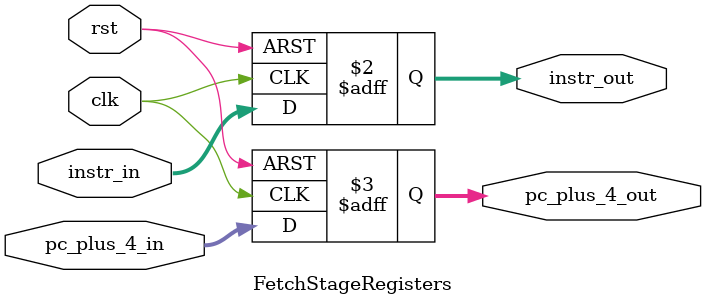
<source format=v>
module FetchStageRegisters(
    input clk,
    input rst,
    input [31:0] instr_in,
    input [31:0] pc_plus_4_in,
    output reg [31:0] instr_out,
    output reg [31:0] pc_plus_4_out
);
    always @(posedge clk or posedge rst) begin
        if (rst) begin
            instr_out <= 32'b0;
            pc_plus_4_out <= 32'b0;
        end else begin
            instr_out <= instr_in;
            pc_plus_4_out <= pc_plus_4_in;
        end
    end
endmodule

</source>
